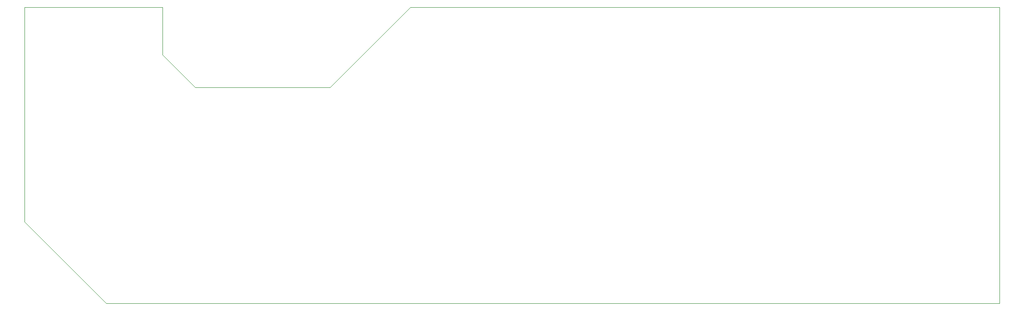
<source format=gbr>
%TF.GenerationSoftware,Altium Limited,Altium Designer,20.1.14 (287)*%
G04 Layer_Color=0*
%FSLAX26Y26*%
%MOIN*%
%TF.SameCoordinates,7E9A0AC4-0E20-4BBF-80A7-7FB1365180D4*%
%TF.FilePolarity,Positive*%
%TF.FileFunction,Profile,NP*%
%TF.Part,Single*%
G01*
G75*
%TA.AperFunction,Profile*%
%ADD71C,0.001000*%
D71*
X2690000Y4415000D02*
Y4065000D01*
X2930000Y3825000D01*
X3920000Y3825000D01*
X4020000Y3925000D01*
X4510000Y4415000D01*
X8835000D01*
Y2235000D01*
X2275000D01*
X1675000Y2835000D01*
Y4415000D01*
X2690000D01*
%TF.MD5,de18758548e4e4f8e4bafb609c9071c4*%
M02*

</source>
